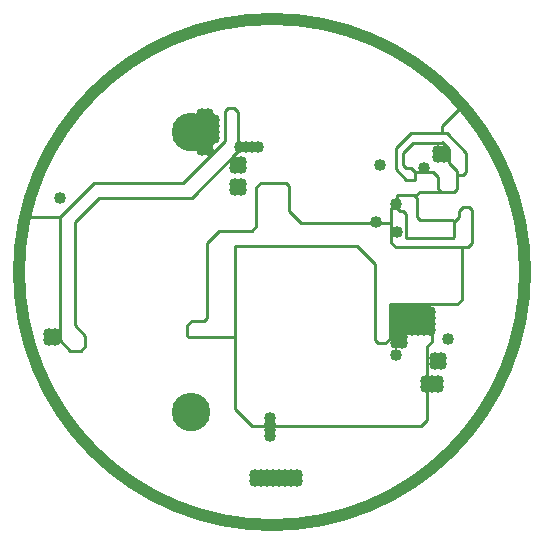
<source format=gbr>
G04 Layer_Physical_Order=3*
G04 Layer_Color=128*
%FSLAX25Y25*%
%MOIN*%
%TF.FileFunction,Copper,L3,Inr,Plane*%
%TF.Part,Single*%
G01*
G75*
%ADD26C,0.01000*%
%ADD27C,0.04000*%
%TA.AperFunction,ConnectorPad*%
%ADD33C,0.12843*%
%TA.AperFunction,ViaPad*%
%ADD34C,0.04000*%
%ADD35R,0.05500X0.08500*%
%ADD36R,0.09000X0.08500*%
D26*
X68500Y100000D02*
X79500D01*
X81000Y101500D01*
Y114500D01*
X58500Y64500D02*
X74000D01*
X58000Y65000D02*
X58500Y64500D01*
X58000Y65000D02*
Y68500D01*
X59500Y70000D01*
X63500D01*
X64500Y71000D01*
Y96000D01*
X68500Y100000D01*
X96000Y102500D02*
X126000D01*
X92000Y106500D02*
X96000Y102500D01*
X92000Y106500D02*
Y115000D01*
X91000Y116000D02*
X92000Y115000D01*
X82500Y116000D02*
X91000D01*
X81000Y114500D02*
X82500Y116000D01*
X143000Y129500D02*
X145279Y127221D01*
X143000Y132500D02*
Y133000D01*
Y135000D01*
X145279Y122500D02*
Y127221D01*
X130000Y122000D02*
Y126000D01*
Y122000D02*
X131000Y121000D01*
X132500D01*
X134000Y119500D01*
X140000D01*
X141500Y118000D01*
Y114279D02*
Y118000D01*
X148000Y114000D02*
Y119779D01*
X145279Y122500D02*
X148000Y119779D01*
X133361Y129360D02*
X143140D01*
X130000Y126000D02*
X133361Y129360D01*
X134000Y117000D02*
Y119500D01*
X131000Y117000D02*
X134000D01*
X127500Y120500D02*
X131000Y117000D01*
X127500Y120500D02*
Y127500D01*
X132500Y132500D01*
X144500D01*
X151000Y126000D01*
Y119500D02*
Y126000D01*
X150000Y118500D02*
X151000Y119500D01*
X148000Y118500D02*
X150000D01*
X141500Y114000D02*
Y114279D01*
Y114000D02*
X142500Y113000D01*
X147000D01*
X148000Y114000D01*
X128000Y112000D02*
X133500D01*
X134500Y111000D01*
Y104500D02*
Y111000D01*
Y104500D02*
X135500Y103500D01*
X141000D01*
X140500D02*
X146500D01*
X147000Y103000D01*
Y98000D02*
Y103000D01*
X146500Y97500D02*
X147000Y98000D01*
X131000Y97500D02*
X146500D01*
X131000D02*
Y105500D01*
X130000Y106500D02*
X131000Y105500D01*
X129000Y106500D02*
X130000D01*
X127805Y107695D02*
X129000Y106500D01*
X127805Y107695D02*
Y111529D01*
X126000Y107695D02*
X127805D01*
X126000Y96000D02*
Y107695D01*
Y96000D02*
X127500Y94500D01*
X151500D01*
X153000Y96000D01*
Y107000D01*
X152000Y108000D02*
X153000Y107000D01*
X150000Y108000D02*
X152000D01*
X148500Y106500D02*
X150000Y108000D01*
X148500Y104500D02*
Y106500D01*
X147000Y103000D02*
X148500Y104500D01*
X149500Y77000D02*
Y94500D01*
X148000Y75500D02*
X149500Y77000D01*
X125500Y75500D02*
X148000D01*
X125500Y64000D02*
Y75500D01*
X124000Y62500D02*
X125500Y64000D01*
X121500Y62500D02*
X124000D01*
X120500Y63500D02*
X121500Y62500D01*
X120500Y63500D02*
Y89000D01*
X104500Y35000D02*
X136000D01*
X138000Y37000D01*
Y61500D01*
X139500Y63000D01*
Y64500D01*
Y66500D01*
X139000Y67000D02*
X139500Y66500D01*
X125500Y67000D02*
X139000D01*
X74000Y40500D02*
Y95000D01*
Y40500D02*
X79500Y35000D01*
X104500D01*
X74000Y95000D02*
X114500D01*
X120500Y89000D01*
X135500Y113000D02*
X142500D01*
X134000Y111500D02*
X135500Y113000D01*
X71500Y141000D02*
X73500D01*
X75000Y139500D01*
Y126500D02*
Y139500D01*
X59500Y111000D02*
X75000Y126500D01*
X28500Y111000D02*
X59500D01*
X20500Y103000D02*
X28500Y111000D01*
X20500Y68500D02*
Y103000D01*
Y68500D02*
X24000Y65000D01*
Y61500D02*
Y65000D01*
X22500Y60000D02*
X24000Y61500D01*
X19000Y60000D02*
X22500D01*
X15500Y63500D02*
X19000Y60000D01*
X15500Y63500D02*
Y104500D01*
X27000Y116000D01*
X56500D01*
X70500Y130000D01*
Y140000D01*
X71500Y141000D01*
X143000Y135000D02*
X149653Y141653D01*
Y141847D01*
X4000Y104500D02*
X15500D01*
D27*
X86201Y1850D02*
G03*
X170551Y86201I0J84350D01*
G01*
D02*
G03*
X86201Y170551I-84350J0D01*
G01*
D02*
G03*
X1850Y86201I0J-84350D01*
G01*
D02*
G03*
X86201Y1850I84350J0D01*
G01*
D33*
X59183Y39405D02*
D03*
X59183Y132997D02*
D03*
D34*
X15500Y111000D02*
D03*
X121000Y103000D02*
D03*
X75500Y128000D02*
D03*
X77500D02*
D03*
X79500D02*
D03*
X81500D02*
D03*
X74000Y113500D02*
D03*
X76000D02*
D03*
Y115500D02*
D03*
X74000D02*
D03*
Y121000D02*
D03*
X76000D02*
D03*
Y123000D02*
D03*
X74000D02*
D03*
X143500Y124500D02*
D03*
Y126500D02*
D03*
X141500Y124500D02*
D03*
Y126500D02*
D03*
X137000Y121000D02*
D03*
X127500Y109000D02*
D03*
X128000Y99500D02*
D03*
X122173Y122000D02*
D03*
X67000Y131000D02*
D03*
Y133000D02*
D03*
Y135000D02*
D03*
Y137000D02*
D03*
X65000D02*
D03*
Y131000D02*
D03*
Y129000D02*
D03*
Y127000D02*
D03*
X63000D02*
D03*
X65000Y139000D02*
D03*
X63000D02*
D03*
X131000Y73000D02*
D03*
X133000D02*
D03*
X135000D02*
D03*
X139000D02*
D03*
X137000D02*
D03*
X139000Y71000D02*
D03*
X137000D02*
D03*
X135000D02*
D03*
X133000D02*
D03*
X131000D02*
D03*
Y69000D02*
D03*
X133000D02*
D03*
X135000D02*
D03*
X137000D02*
D03*
X139000D02*
D03*
Y67000D02*
D03*
X137000D02*
D03*
X135000D02*
D03*
X133000D02*
D03*
X131000D02*
D03*
X129500Y64500D02*
D03*
X127500D02*
D03*
Y62500D02*
D03*
X129500D02*
D03*
X142500Y55500D02*
D03*
X140500D02*
D03*
X142500Y57500D02*
D03*
X140500D02*
D03*
X127500Y58500D02*
D03*
X145000Y64000D02*
D03*
X137500Y50000D02*
D03*
X139500D02*
D03*
X141500D02*
D03*
X137500Y48000D02*
D03*
X139500D02*
D03*
X141500D02*
D03*
X85500Y37500D02*
D03*
Y35500D02*
D03*
Y33500D02*
D03*
Y31500D02*
D03*
X94500Y18500D02*
D03*
X92500D02*
D03*
Y16500D02*
D03*
X94500D02*
D03*
X90500Y18500D02*
D03*
Y16500D02*
D03*
X88500D02*
D03*
Y18500D02*
D03*
X86500D02*
D03*
Y16500D02*
D03*
X84500D02*
D03*
Y18500D02*
D03*
X82500D02*
D03*
Y16500D02*
D03*
X80500D02*
D03*
Y18500D02*
D03*
X12000Y65500D02*
D03*
X14000D02*
D03*
Y63500D02*
D03*
X12000D02*
D03*
D35*
X128250Y71250D02*
D03*
D36*
X134500D02*
D03*
%TF.MD5,1C2043E5CA8FCE8D8A579B6DAA7D8FB3*%
M02*

</source>
